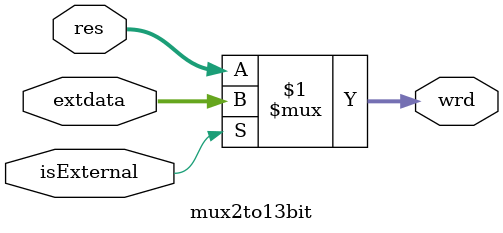
<source format=sv>
`timescale 1ns / 1ps

module mux2to13bit(
input logic [2:0] extdata,
input logic [2:0] res,
input logic isExternal,
output logic [2:0] wrd
    );
    assign wrd = isExternal ? extdata : res;
endmodule

</source>
